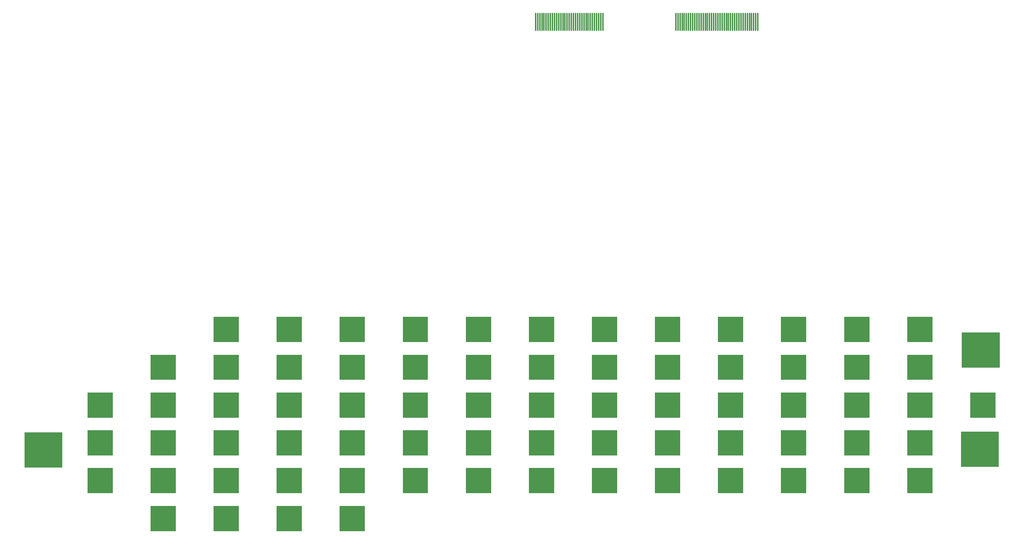
<source format=gts>
G04*
G04 #@! TF.GenerationSoftware,Altium Limited,Altium Designer,20.0.2 (26)*
G04*
G04 Layer_Color=8388736*
%FSLAX25Y25*%
%MOIN*%
G70*
G01*
G75*
%ADD10C,0.01181*%
G36*
X1222047Y566142D02*
X1198425D01*
Y589764D01*
X1222047D01*
Y566142D01*
D02*
G37*
G36*
X1162992D02*
X1139370D01*
Y589764D01*
X1162992D01*
Y566142D01*
D02*
G37*
G36*
X1103937D02*
X1080315D01*
Y589764D01*
X1103937D01*
Y566142D01*
D02*
G37*
G36*
X1044882D02*
X1021260D01*
Y589764D01*
X1044882D01*
Y566142D01*
D02*
G37*
G36*
X985827D02*
X962205D01*
Y589764D01*
X985827D01*
Y566142D01*
D02*
G37*
G36*
X926772D02*
X903150D01*
Y589764D01*
X926772D01*
Y566142D01*
D02*
G37*
G36*
X867717D02*
X844094D01*
Y589764D01*
X867717D01*
Y566142D01*
D02*
G37*
G36*
X808661D02*
X785039D01*
Y589764D01*
X808661D01*
Y566142D01*
D02*
G37*
G36*
X749606D02*
X725984D01*
Y589764D01*
X749606D01*
Y566142D01*
D02*
G37*
G36*
X690551D02*
X666929D01*
Y589764D01*
X690551D01*
Y566142D01*
D02*
G37*
G36*
X631496D02*
X607874D01*
Y589764D01*
X631496D01*
Y566142D01*
D02*
G37*
G36*
X572441D02*
X548819D01*
Y589764D01*
X572441D01*
Y566142D01*
D02*
G37*
G36*
X1285039Y542126D02*
X1249606D01*
Y575197D01*
X1285039D01*
Y542126D01*
D02*
G37*
G36*
X1222047Y530709D02*
X1198425D01*
Y554331D01*
X1222047D01*
Y530709D01*
D02*
G37*
G36*
X1162992D02*
X1139370D01*
Y554331D01*
X1162992D01*
Y530709D01*
D02*
G37*
G36*
X1103937D02*
X1080315D01*
Y554331D01*
X1103937D01*
Y530709D01*
D02*
G37*
G36*
X1044882D02*
X1021260D01*
Y554331D01*
X1044882D01*
Y530709D01*
D02*
G37*
G36*
X985827D02*
X962205D01*
Y554331D01*
X985827D01*
Y530709D01*
D02*
G37*
G36*
X926772D02*
X903150D01*
Y554331D01*
X926772D01*
Y530709D01*
D02*
G37*
G36*
X867717D02*
X844094D01*
Y554331D01*
X867717D01*
Y530709D01*
D02*
G37*
G36*
X808661D02*
X785039D01*
Y554331D01*
X808661D01*
Y530709D01*
D02*
G37*
G36*
X749606D02*
X725984D01*
Y554331D01*
X749606D01*
Y530709D01*
D02*
G37*
G36*
X690551D02*
X666929D01*
Y554331D01*
X690551D01*
Y530709D01*
D02*
G37*
G36*
X631496D02*
X607874D01*
Y554331D01*
X631496D01*
Y530709D01*
D02*
G37*
G36*
X572441D02*
X548819D01*
Y554331D01*
X572441D01*
Y530709D01*
D02*
G37*
G36*
X513386D02*
X489764D01*
Y554331D01*
X513386D01*
Y530709D01*
D02*
G37*
G36*
X1281102Y495276D02*
X1257480D01*
Y518898D01*
X1281102D01*
Y495276D01*
D02*
G37*
G36*
X1222047D02*
X1198425D01*
Y518898D01*
X1222047D01*
Y495276D01*
D02*
G37*
G36*
X1162992D02*
X1139370D01*
Y518898D01*
X1162992D01*
Y495276D01*
D02*
G37*
G36*
X1103937D02*
X1080315D01*
Y518898D01*
X1103937D01*
Y495276D01*
D02*
G37*
G36*
X1044882D02*
X1021260D01*
Y518898D01*
X1044882D01*
Y495276D01*
D02*
G37*
G36*
X985827D02*
X962205D01*
Y518898D01*
X985827D01*
Y495276D01*
D02*
G37*
G36*
X926772D02*
X903150D01*
Y518898D01*
X926772D01*
Y495276D01*
D02*
G37*
G36*
X867717D02*
X844094D01*
Y518898D01*
X867717D01*
Y495276D01*
D02*
G37*
G36*
X808661D02*
X785039D01*
Y518898D01*
X808661D01*
Y495276D01*
D02*
G37*
G36*
X749606D02*
X725984D01*
Y518898D01*
X749606D01*
Y495276D01*
D02*
G37*
G36*
X690551D02*
X666929D01*
Y518898D01*
X690551D01*
Y495276D01*
D02*
G37*
G36*
X631496D02*
X607874D01*
Y518898D01*
X631496D01*
Y495276D01*
D02*
G37*
G36*
X572441D02*
X548819D01*
Y518898D01*
X572441D01*
Y495276D01*
D02*
G37*
G36*
X513386D02*
X489764D01*
Y518898D01*
X513386D01*
Y495276D01*
D02*
G37*
G36*
X454331D02*
X430709D01*
Y518898D01*
X454331D01*
Y495276D01*
D02*
G37*
G36*
X1222047Y459842D02*
X1198425D01*
Y483465D01*
X1222047D01*
Y459842D01*
D02*
G37*
G36*
X1162992D02*
X1139370D01*
Y483465D01*
X1162992D01*
Y459842D01*
D02*
G37*
G36*
X1103937D02*
X1080315D01*
Y483465D01*
X1103937D01*
Y459842D01*
D02*
G37*
G36*
X1044882D02*
X1021260D01*
Y483465D01*
X1044882D01*
Y459842D01*
D02*
G37*
G36*
X985827D02*
X962205D01*
Y483465D01*
X985827D01*
Y459842D01*
D02*
G37*
G36*
X926772D02*
X903150D01*
Y483465D01*
X926772D01*
Y459842D01*
D02*
G37*
G36*
X867717D02*
X844094D01*
Y483465D01*
X867717D01*
Y459842D01*
D02*
G37*
G36*
X808661D02*
X785039D01*
Y483465D01*
X808661D01*
Y459842D01*
D02*
G37*
G36*
X749606D02*
X725984D01*
Y483465D01*
X749606D01*
Y459842D01*
D02*
G37*
G36*
X690551D02*
X666929D01*
Y483465D01*
X690551D01*
Y459842D01*
D02*
G37*
G36*
X631496D02*
X607874D01*
Y483465D01*
X631496D01*
Y459842D01*
D02*
G37*
G36*
X572441D02*
X548819D01*
Y483465D01*
X572441D01*
Y459842D01*
D02*
G37*
G36*
X513386D02*
X489764D01*
Y483465D01*
X513386D01*
Y459842D01*
D02*
G37*
G36*
X454331D02*
X430709D01*
Y483465D01*
X454331D01*
Y459842D01*
D02*
G37*
G36*
X1284252Y449213D02*
X1248819D01*
Y482283D01*
X1284252D01*
Y449213D01*
D02*
G37*
G36*
X407087Y448425D02*
X371654D01*
Y481496D01*
X407087D01*
Y448425D01*
D02*
G37*
G36*
X1222047Y424409D02*
X1198425D01*
Y448032D01*
X1222047D01*
Y424409D01*
D02*
G37*
G36*
X1162992D02*
X1139370D01*
Y448032D01*
X1162992D01*
Y424409D01*
D02*
G37*
G36*
X1103937D02*
X1080315D01*
Y448032D01*
X1103937D01*
Y424409D01*
D02*
G37*
G36*
X1044882D02*
X1021260D01*
Y448032D01*
X1044882D01*
Y424409D01*
D02*
G37*
G36*
X985827D02*
X962205D01*
Y448032D01*
X985827D01*
Y424409D01*
D02*
G37*
G36*
X926772D02*
X903150D01*
Y448032D01*
X926772D01*
Y424409D01*
D02*
G37*
G36*
X867717D02*
X844094D01*
Y448032D01*
X867717D01*
Y424409D01*
D02*
G37*
G36*
X808661D02*
X785039D01*
Y448032D01*
X808661D01*
Y424409D01*
D02*
G37*
G36*
X749606D02*
X725984D01*
Y448032D01*
X749606D01*
Y424409D01*
D02*
G37*
G36*
X690551D02*
X666929D01*
Y448032D01*
X690551D01*
Y424409D01*
D02*
G37*
G36*
X631496D02*
X607874D01*
Y448032D01*
X631496D01*
Y424409D01*
D02*
G37*
G36*
X572441D02*
X548819D01*
Y448032D01*
X572441D01*
Y424409D01*
D02*
G37*
G36*
X513386D02*
X489764D01*
Y448032D01*
X513386D01*
Y424409D01*
D02*
G37*
G36*
X454331D02*
X430709D01*
Y448032D01*
X454331D01*
Y424409D01*
D02*
G37*
G36*
X690551Y388976D02*
X666929D01*
Y412598D01*
X690551D01*
Y388976D01*
D02*
G37*
G36*
X631496D02*
X607874D01*
Y412598D01*
X631496D01*
Y388976D01*
D02*
G37*
G36*
X572441D02*
X548819D01*
Y412598D01*
X572441D01*
Y388976D01*
D02*
G37*
G36*
X513386D02*
X489764D01*
Y412598D01*
X513386D01*
Y388976D01*
D02*
G37*
D10*
X1058535Y858661D02*
Y874016D01*
X1056567Y858661D02*
Y874016D01*
X1054598Y858661D02*
Y874016D01*
X1052630Y858661D02*
Y874016D01*
X1050661Y858661D02*
Y874016D01*
X1048693Y858661D02*
Y874016D01*
X1046724Y858661D02*
Y874016D01*
X1044756Y858661D02*
Y874016D01*
X1042787Y858661D02*
Y874016D01*
X1040819Y858661D02*
Y874016D01*
X1038850Y858661D02*
Y874016D01*
X1036882Y858661D02*
Y874016D01*
X1034913Y858661D02*
Y874016D01*
X1032945Y858661D02*
Y874016D01*
X1030976Y858661D02*
Y874016D01*
X1029008Y858661D02*
Y874016D01*
X1027039Y858661D02*
Y874016D01*
X1025071Y858661D02*
Y874016D01*
X1023102Y858661D02*
Y874016D01*
X1021134Y858661D02*
Y874016D01*
X1019165Y858661D02*
Y874016D01*
X1017197Y858661D02*
Y874016D01*
X1015228Y858661D02*
Y874016D01*
X1013260Y858661D02*
Y874016D01*
X1011291Y858661D02*
Y874016D01*
X1009323Y858661D02*
Y874016D01*
X1007354Y858661D02*
Y874016D01*
X1005386Y858661D02*
Y874016D01*
X1003417Y858661D02*
Y874016D01*
X1001449Y858661D02*
Y874016D01*
X999480Y858661D02*
Y874016D01*
X997512Y858661D02*
Y874016D01*
X995543Y858661D02*
Y874016D01*
X993575Y858661D02*
Y874016D01*
X991606Y858661D02*
Y874016D01*
X989638Y858661D02*
Y874016D01*
X987669Y858661D02*
Y874016D01*
X985701Y858661D02*
Y874016D01*
X983732Y858661D02*
Y874016D01*
X981764Y858661D02*
Y874016D01*
Y858661D02*
Y874016D01*
X913406Y858661D02*
Y874016D01*
X911437Y858661D02*
Y874016D01*
X909469Y858661D02*
Y874016D01*
X907500Y858661D02*
Y874016D01*
X905532Y858661D02*
Y874016D01*
X903563Y858661D02*
Y874016D01*
X901594Y858661D02*
Y874016D01*
X899626Y858661D02*
Y874016D01*
X897657Y858661D02*
Y874016D01*
X895689Y858661D02*
Y874016D01*
X893720Y858661D02*
Y874016D01*
X891752Y858661D02*
Y874016D01*
X889783Y858661D02*
Y874016D01*
X887815Y858661D02*
Y874016D01*
X885846Y858661D02*
Y874016D01*
X883878Y858661D02*
Y874016D01*
X881909Y858661D02*
Y874016D01*
X879941Y858661D02*
Y874016D01*
X877972Y858661D02*
Y874016D01*
X876004Y858661D02*
Y874016D01*
X874035Y858661D02*
Y874016D01*
X872067Y858661D02*
Y874016D01*
X870098Y858661D02*
Y874016D01*
X868130Y858661D02*
Y874016D01*
X866161Y858661D02*
Y874016D01*
X864193Y858661D02*
Y874016D01*
X862224Y858661D02*
Y874016D01*
X860256Y858661D02*
Y874016D01*
X858287Y858661D02*
Y874016D01*
X856319Y858661D02*
Y874016D01*
X854350Y858661D02*
Y874016D01*
X852382Y858661D02*
Y874016D01*
X850413Y858661D02*
Y874016D01*
Y858661D02*
Y874016D01*
M02*

</source>
